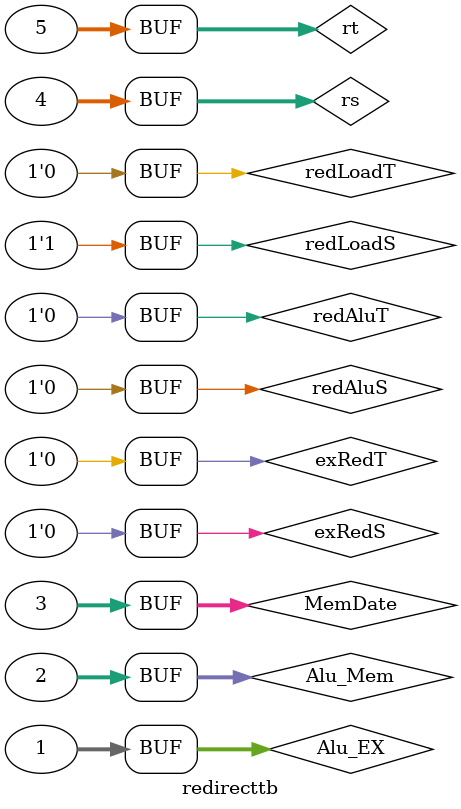
<source format=v>
`timescale 1ns / 1ps


module redirecttb( );
	reg [31:0] Alu_EX, Alu_Mem, MemDate, rs, rt;
	reg redLoadS, redAluS, exRedS, redLoadT, redAluT, exRedT;
	wire [31:0] rs_out, rt_out;

	redirect test(Alu_EX, Alu_Mem, MemDate, rs, rt,
    redLoadS, redAluS, exRedS,
    redLoadT, redAluT, exRedT,
    rs_out, rt_out
    );

    initial begin
    	Alu_EX = 1;
    	Alu_Mem = 2;
    	MemDate = 3;
    	rs = 4;
    	rt = 5;
    	redLoadS = 0;
    	redLoadT = 0;
    	redAluS = 0;
    	redAluT = 0;
    	exRedS = 0;
    	exRedT = 0;
    	#5 redLoadS = 1;
    end
endmodule

</source>
